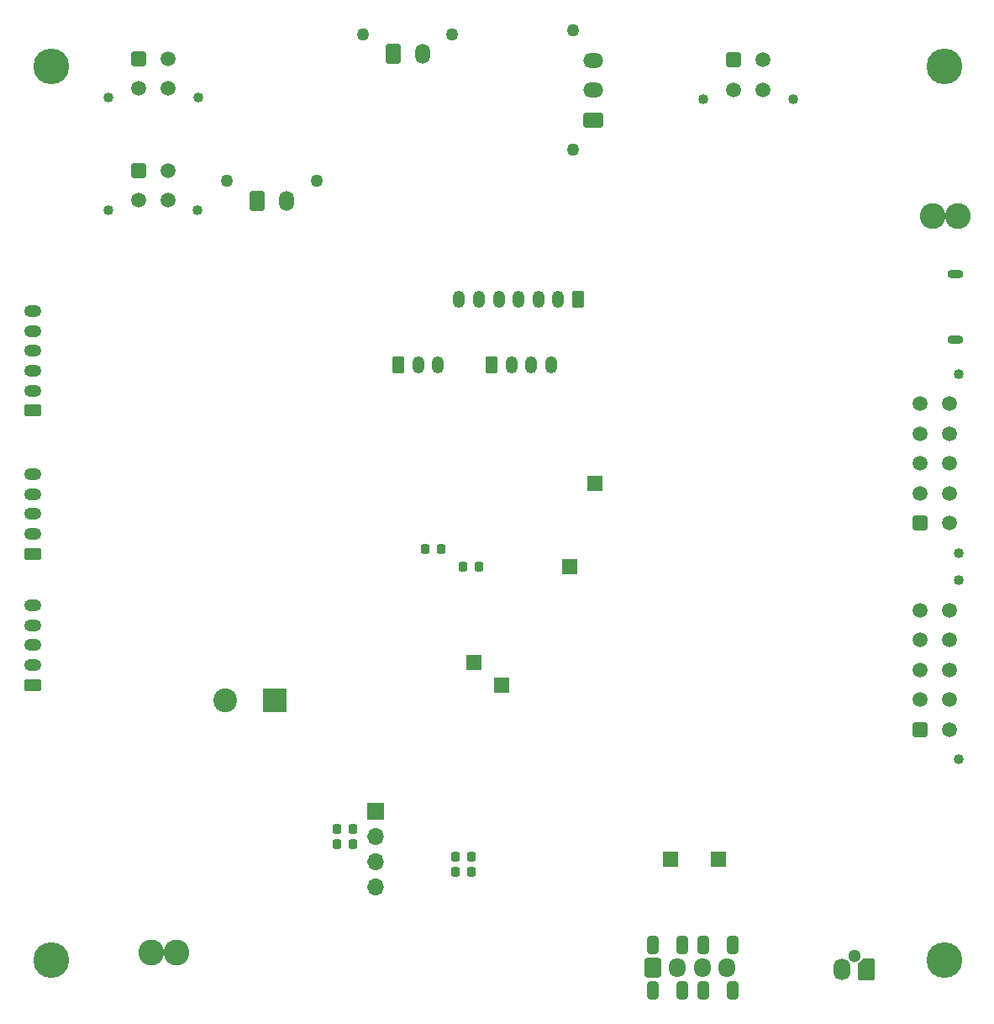
<source format=gbr>
%TF.GenerationSoftware,KiCad,Pcbnew,9.0.0*%
%TF.CreationDate,2025-04-17T15:03:59+12:00*%
%TF.ProjectId,Central_ECU,43656e74-7261-46c5-9f45-43552e6b6963,A*%
%TF.SameCoordinates,Original*%
%TF.FileFunction,Soldermask,Bot*%
%TF.FilePolarity,Negative*%
%FSLAX46Y46*%
G04 Gerber Fmt 4.6, Leading zero omitted, Abs format (unit mm)*
G04 Created by KiCad (PCBNEW 9.0.0) date 2025-04-17 15:03:59*
%MOMM*%
%LPD*%
G01*
G04 APERTURE LIST*
G04 Aperture macros list*
%AMRoundRect*
0 Rectangle with rounded corners*
0 $1 Rounding radius*
0 $2 $3 $4 $5 $6 $7 $8 $9 X,Y pos of 4 corners*
0 Add a 4 corners polygon primitive as box body*
4,1,4,$2,$3,$4,$5,$6,$7,$8,$9,$2,$3,0*
0 Add four circle primitives for the rounded corners*
1,1,$1+$1,$2,$3*
1,1,$1+$1,$4,$5*
1,1,$1+$1,$6,$7*
1,1,$1+$1,$8,$9*
0 Add four rect primitives between the rounded corners*
20,1,$1+$1,$2,$3,$4,$5,0*
20,1,$1+$1,$4,$5,$6,$7,0*
20,1,$1+$1,$6,$7,$8,$9,0*
20,1,$1+$1,$8,$9,$2,$3,0*%
%AMFreePoly0*
4,1,22,0.945671,0.830970,1.026777,0.776777,1.080970,0.695671,1.100000,0.600000,1.100000,-0.600000,1.080970,-0.695671,1.026777,-0.776777,0.945671,-0.830970,0.850000,-0.850000,-0.450000,-0.850000,-0.545671,-0.830970,-0.626777,-0.776777,-1.026777,-0.376777,-1.080970,-0.295671,-1.100000,-0.200000,-1.100000,0.600000,-1.080970,0.695671,-1.026777,0.776777,-0.945671,0.830970,-0.850000,0.850000,
0.850000,0.850000,0.945671,0.830970,0.945671,0.830970,$1*%
G04 Aperture macros list end*
%ADD10C,1.020000*%
%ADD11RoundRect,0.250001X-0.499999X-0.499999X0.499999X-0.499999X0.499999X0.499999X-0.499999X0.499999X0*%
%ADD12C,1.500000*%
%ADD13RoundRect,0.250000X0.625000X-0.350000X0.625000X0.350000X-0.625000X0.350000X-0.625000X-0.350000X0*%
%ADD14O,1.750000X1.200000*%
%ADD15C,1.300000*%
%ADD16FreePoly0,270.000000*%
%ADD17O,1.700000X2.200000*%
%ADD18C,3.600000*%
%ADD19C,1.270000*%
%ADD20RoundRect,0.250001X-0.499999X-0.759999X0.499999X-0.759999X0.499999X0.759999X-0.499999X0.759999X0*%
%ADD21O,1.500000X2.020000*%
%ADD22RoundRect,0.250000X-0.350000X-0.625000X0.350000X-0.625000X0.350000X0.625000X-0.350000X0.625000X0*%
%ADD23O,1.200000X1.750000*%
%ADD24R,2.400000X2.400000*%
%ADD25C,2.400000*%
%ADD26RoundRect,0.250000X-0.600000X-0.725000X0.600000X-0.725000X0.600000X0.725000X-0.600000X0.725000X0*%
%ADD27O,1.700000X1.950000*%
%ADD28C,2.600000*%
%ADD29O,1.600000X0.900000*%
%ADD30RoundRect,0.250000X0.350000X0.625000X-0.350000X0.625000X-0.350000X-0.625000X0.350000X-0.625000X0*%
%ADD31RoundRect,0.250001X0.499999X-0.499999X0.499999X0.499999X-0.499999X0.499999X-0.499999X-0.499999X0*%
%ADD32RoundRect,0.250001X0.759999X-0.499999X0.759999X0.499999X-0.759999X0.499999X-0.759999X-0.499999X0*%
%ADD33O,2.020000X1.500000*%
%ADD34R,1.700000X1.700000*%
%ADD35O,1.700000X1.700000*%
%ADD36RoundRect,0.225000X0.225000X0.250000X-0.225000X0.250000X-0.225000X-0.250000X0.225000X-0.250000X0*%
%ADD37R,1.500000X1.500000*%
%ADD38RoundRect,0.250000X-0.325000X-0.650000X0.325000X-0.650000X0.325000X0.650000X-0.325000X0.650000X0*%
%ADD39RoundRect,0.225000X-0.225000X-0.250000X0.225000X-0.250000X0.225000X0.250000X-0.225000X0.250000X0*%
G04 APERTURE END LIST*
D10*
%TO.C,J16*%
X170760000Y-58296000D03*
X179760000Y-58296000D03*
D11*
X173760000Y-54356000D03*
D12*
X176760000Y-54356000D03*
X173760000Y-57356000D03*
X176760000Y-57356000D03*
%TD*%
D13*
%TO.C,J5*%
X103124000Y-104076000D03*
D14*
X103124000Y-102076000D03*
X103124000Y-100076000D03*
X103124000Y-98076000D03*
X103124000Y-96076000D03*
%TD*%
D10*
%TO.C,J3*%
X110816000Y-58154000D03*
X119816000Y-58154000D03*
D11*
X113816000Y-54214000D03*
D12*
X116816000Y-54214000D03*
X113816000Y-57214000D03*
X116816000Y-57214000D03*
%TD*%
D15*
%TO.C,J10*%
X185928000Y-144616000D03*
D16*
X187178000Y-145956000D03*
D17*
X184678000Y-145956000D03*
%TD*%
D18*
%TO.C,H3*%
X105000000Y-145000000D03*
%TD*%
D19*
%TO.C,SW1*%
X136446000Y-51746000D03*
X145446000Y-51746000D03*
D20*
X139446000Y-53706000D03*
D21*
X142446000Y-53706000D03*
%TD*%
D22*
%TO.C,J15*%
X139986000Y-85090000D03*
D23*
X141986000Y-85090000D03*
X143986000Y-85090000D03*
%TD*%
D24*
%TO.C,C5*%
X127519729Y-118872000D03*
D25*
X122519729Y-118872000D03*
%TD*%
D26*
%TO.C,J8*%
X165608000Y-145796000D03*
D27*
X168108000Y-145796000D03*
X170608000Y-145796000D03*
X173108000Y-145796000D03*
%TD*%
D28*
%TO.C,TP27*%
X115062000Y-144272000D03*
X117602000Y-144272000D03*
%TD*%
D13*
%TO.C,J7*%
X103124000Y-117284000D03*
D14*
X103124000Y-115284000D03*
X103124000Y-113284000D03*
X103124000Y-111284000D03*
X103124000Y-109284000D03*
%TD*%
D29*
%TO.C,J13*%
X196088000Y-82548000D03*
X196088000Y-75948000D03*
%TD*%
D30*
%TO.C,J2*%
X158114000Y-78486000D03*
D23*
X156114000Y-78486000D03*
X154114000Y-78486000D03*
X152114000Y-78486000D03*
X150114000Y-78486000D03*
X148114000Y-78486000D03*
X146114000Y-78486000D03*
%TD*%
D10*
%TO.C,J11*%
X196472000Y-124776000D03*
X196472000Y-106776000D03*
D31*
X192532000Y-121776000D03*
D12*
X192532000Y-118776000D03*
X192532000Y-115776000D03*
X192532000Y-112776000D03*
X192532000Y-109776000D03*
X195532000Y-121776000D03*
X195532000Y-118776000D03*
X195532000Y-115776000D03*
X195532000Y-112776000D03*
X195532000Y-109776000D03*
%TD*%
D19*
%TO.C,J4*%
X157645000Y-63404000D03*
X157645000Y-51404000D03*
D32*
X159605000Y-60404000D03*
D33*
X159605000Y-57404000D03*
X159605000Y-54404000D03*
%TD*%
D28*
%TO.C,TP28*%
X193802000Y-70104000D03*
X196342000Y-70104000D03*
%TD*%
D10*
%TO.C,J6*%
X110792000Y-69442000D03*
X119792000Y-69442000D03*
D11*
X113792000Y-65502000D03*
D12*
X116792000Y-65502000D03*
X113792000Y-68502000D03*
X116792000Y-68502000D03*
%TD*%
D34*
%TO.C,U1*%
X137668000Y-130000000D03*
D35*
X137668000Y-132540000D03*
X137668000Y-135080000D03*
X137668000Y-137620000D03*
%TD*%
D19*
%TO.C,SW2*%
X122754000Y-66548000D03*
X131754000Y-66548000D03*
D20*
X125754000Y-68508000D03*
D21*
X128754000Y-68508000D03*
%TD*%
D18*
%TO.C,H4*%
X195000000Y-145000000D03*
%TD*%
%TO.C,H2*%
X195000000Y-55000000D03*
%TD*%
%TO.C,H1*%
X105000000Y-55000000D03*
%TD*%
D13*
%TO.C,J12*%
X103124000Y-89662000D03*
D14*
X103124000Y-87662000D03*
X103124000Y-85662000D03*
X103124000Y-83662000D03*
X103124000Y-81662000D03*
X103124000Y-79662000D03*
%TD*%
D10*
%TO.C,J9*%
X196472000Y-103996000D03*
X196472000Y-85996000D03*
D31*
X192532000Y-100996000D03*
D12*
X192532000Y-97996000D03*
X192532000Y-94996000D03*
X192532000Y-91996000D03*
X192532000Y-88996000D03*
X195532000Y-100996000D03*
X195532000Y-97996000D03*
X195532000Y-94996000D03*
X195532000Y-91996000D03*
X195532000Y-88996000D03*
%TD*%
D22*
%TO.C,J14*%
X149400000Y-85090000D03*
D23*
X151400000Y-85090000D03*
X153400000Y-85090000D03*
X155400000Y-85090000D03*
%TD*%
D36*
%TO.C,C3*%
X147333000Y-136144000D03*
X145783000Y-136144000D03*
%TD*%
%TO.C,C2*%
X135395000Y-131826000D03*
X133845000Y-131826000D03*
%TD*%
D37*
%TO.C,TP23*%
X157226000Y-105410000D03*
%TD*%
%TO.C,TP31*%
X147574000Y-115062000D03*
%TD*%
D38*
%TO.C,C33*%
X165657000Y-143510000D03*
X168607000Y-143510000D03*
%TD*%
D39*
%TO.C,C10*%
X146545000Y-105410000D03*
X148095000Y-105410000D03*
%TD*%
D36*
%TO.C,C7*%
X144285000Y-103632000D03*
X142735000Y-103632000D03*
%TD*%
%TO.C,C4*%
X147333000Y-134620000D03*
X145783000Y-134620000D03*
%TD*%
D37*
%TO.C,TP22*%
X159766000Y-97028000D03*
%TD*%
D38*
%TO.C,C34*%
X165657000Y-148082000D03*
X168607000Y-148082000D03*
%TD*%
D37*
%TO.C,TP19*%
X172212000Y-134874000D03*
%TD*%
D36*
%TO.C,C1*%
X135395000Y-133350000D03*
X133845000Y-133350000D03*
%TD*%
D38*
%TO.C,C31*%
X170737000Y-148082000D03*
X173687000Y-148082000D03*
%TD*%
D37*
%TO.C,TP20*%
X167386000Y-134874000D03*
%TD*%
D38*
%TO.C,C30*%
X170737000Y-143510000D03*
X173687000Y-143510000D03*
%TD*%
D37*
%TO.C,TP32*%
X150368000Y-117348000D03*
%TD*%
M02*

</source>
